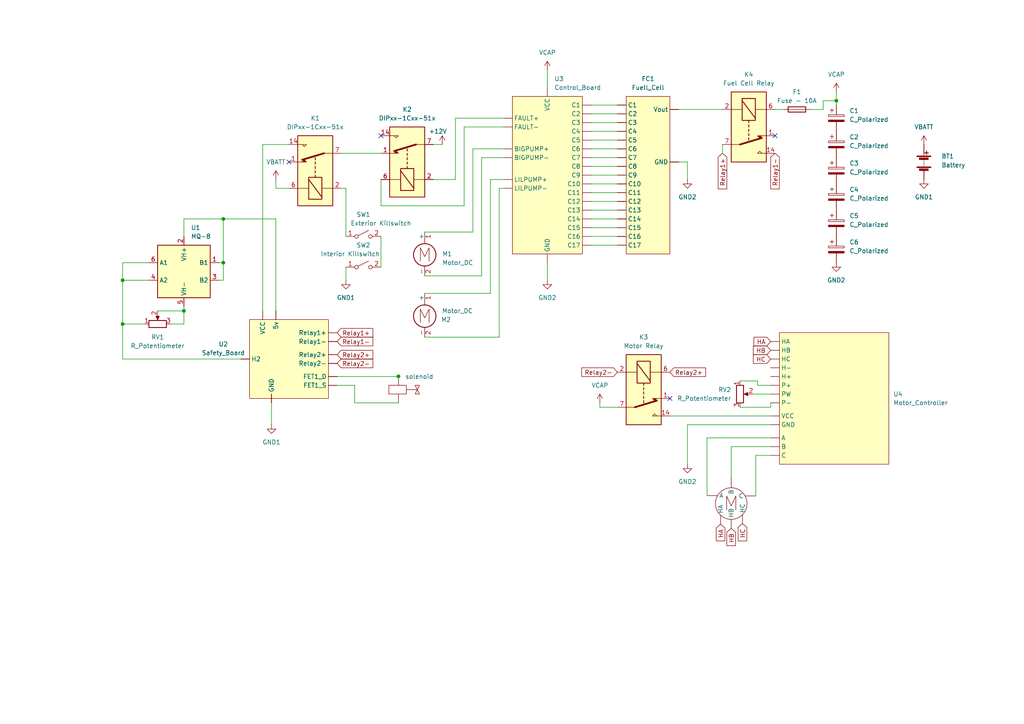
<source format=kicad_sch>
(kicad_sch (version 20211123) (generator eeschema)
  (paper "A4")
  (lib_symbols
    (symbol "Custom_symbols:Control_Board"
      (property "Reference" "U" (at 16.51 -3.81 0))
      (property "Value" "Control_Board" (at 16.51 -1.27 0))
      (symbol "Control_Board_0_1"
        (rectangle (start -10.16 -3.81) (end 10.16 -49.53) (fill (type background)))
      )
      (symbol "Control_Board_1_1"
        (pin output line (at -12.7 -19.05 0) (length 2.54) (name "BIGPUMP+") (number ""))
        (pin output line (at -12.7 -21.59 0) (length 2.54) (name "BIGPUMP-") (number ""))
        (pin input line (at 12.7 -6.35 180) (length 2.54) (name "C1") (number ""))
        (pin input line (at 12.7 -29.21 180) (length 2.54) (name "C10") (number ""))
        (pin input line (at 12.7 -31.75 180) (length 2.54) (name "C11") (number ""))
        (pin input line (at 12.7 -34.29 180) (length 2.54) (name "C12") (number ""))
        (pin input line (at 12.7 -36.83 180) (length 2.54) (name "C13") (number ""))
        (pin input line (at 12.7 -39.37 180) (length 2.54) (name "C14") (number ""))
        (pin input line (at 12.7 -41.91 180) (length 2.54) (name "C15") (number ""))
        (pin input line (at 12.7 -44.45 180) (length 2.54) (name "C16") (number ""))
        (pin input line (at 12.7 -46.99 180) (length 2.54) (name "C17") (number ""))
        (pin input line (at 12.7 -8.89 180) (length 2.54) (name "C2") (number ""))
        (pin input line (at 12.7 -11.43 180) (length 2.54) (name "C3") (number ""))
        (pin input line (at 12.7 -13.97 180) (length 2.54) (name "C4") (number ""))
        (pin input line (at 12.7 -16.51 180) (length 2.54) (name "C5") (number ""))
        (pin input line (at 12.7 -19.05 180) (length 2.54) (name "C6") (number ""))
        (pin input line (at 12.7 -21.59 180) (length 2.54) (name "C7") (number ""))
        (pin input line (at 12.7 -24.13 180) (length 2.54) (name "C8") (number ""))
        (pin input line (at 12.7 -26.67 180) (length 2.54) (name "C9") (number ""))
        (pin output line (at -12.7 -10.16 0) (length 2.54) (name "FAULT+") (number ""))
        (pin output line (at -12.7 -12.7 0) (length 2.54) (name "FAULT-") (number ""))
        (pin power_in line (at 0 -52.07 90) (length 2.54) (name "GND") (number ""))
        (pin output line (at -12.7 -27.94 0) (length 2.54) (name "LILPUMP+") (number ""))
        (pin output line (at -12.7 -30.48 0) (length 2.54) (name "LILPUMP-") (number ""))
        (pin power_in line (at 0 -1.27 270) (length 2.54) (name "VCC") (number ""))
      )
    )
    (symbol "Custom_symbols:Fuell_Cell"
      (property "Reference" "FC" (at 0 0 0))
      (property "Value" "Fuell_Cell" (at 0 2.54 0))
      (symbol "Fuell_Cell_0_1"
        (rectangle (start -6.35 -2.54) (end 6.35 -48.26) (fill (type background)))
      )
      (symbol "Fuell_Cell_1_1"
        (pin output line (at -8.89 -5.08 0) (length 2.54) (name "C1") (number ""))
        (pin output line (at -8.89 -27.94 0) (length 2.54) (name "C10") (number ""))
        (pin output line (at -8.89 -30.48 0) (length 2.54) (name "C11") (number ""))
        (pin output line (at -8.89 -33.02 0) (length 2.54) (name "C12") (number ""))
        (pin output line (at -8.89 -35.56 0) (length 2.54) (name "C13") (number ""))
        (pin output line (at -8.89 -38.1 0) (length 2.54) (name "C14") (number ""))
        (pin output line (at -8.89 -40.64 0) (length 2.54) (name "C15") (number ""))
        (pin output line (at -8.89 -43.18 0) (length 2.54) (name "C16") (number ""))
        (pin output line (at -8.89 -45.72 0) (length 2.54) (name "C17") (number ""))
        (pin output line (at -8.89 -7.62 0) (length 2.54) (name "C2") (number ""))
        (pin output line (at -8.89 -10.16 0) (length 2.54) (name "C3") (number ""))
        (pin output line (at -8.89 -12.7 0) (length 2.54) (name "C4") (number ""))
        (pin output line (at -8.89 -15.24 0) (length 2.54) (name "C5") (number ""))
        (pin output line (at -8.89 -17.78 0) (length 2.54) (name "C6") (number ""))
        (pin output line (at -8.89 -20.32 0) (length 2.54) (name "C7") (number ""))
        (pin output line (at -8.89 -22.86 0) (length 2.54) (name "C8") (number ""))
        (pin output line (at -8.89 -25.4 0) (length 2.54) (name "C9") (number ""))
        (pin output line (at 8.89 -21.59 180) (length 2.54) (name "GND") (number ""))
        (pin output line (at 8.89 -6.35 180) (length 2.54) (name "Vout") (number ""))
      )
    )
    (symbol "Custom_symbols:Motor"
      (symbol "Motor_0_0"
        (text "M" (at 0 -6.35 0) (effects (font (size 4 4))))
      )
      (symbol "Motor_0_1"
        (circle (center 0 -6.35) (radius 4.5791))
      )
      (symbol "Motor_1_1"
        (pin power_in line (at -7.0158 -4.0445 0) (length 3) (name "A") (number ""))
        (pin power_in line (at 0 1.27 270) (length 3) (name "B") (number ""))
        (pin power_in line (at 7.1139 -4.1426 180) (length 3) (name "C") (number ""))
        (pin output line (at -3.0909 -12.3196 90) (length 2.54) (name "HA") (number ""))
        (pin output line (at -0.0163 -13.5298 90) (length 2.54) (name "HB") (number ""))
        (pin output line (at 3.2544 -12.156 90) (length 2.54) (name "HC") (number ""))
      )
    )
    (symbol "Custom_symbols:Motor_Controller"
      (property "Reference" "U" (at 8.89 -1.27 0))
      (property "Value" "Motor_Controller" (at -7.62 -1.27 0))
      (symbol "Motor_Controller_0_0"
        (rectangle (start -15.24 -2.54) (end 16.51 -40.64) (fill (type background)))
      )
      (symbol "Motor_Controller_1_1"
        (pin power_out line (at -17.78 -33.02 0) (length 2.54) (name "A") (number ""))
        (pin power_out line (at -17.78 -35.56 0) (length 2.54) (name "B") (number ""))
        (pin power_out line (at -17.78 -38.1 0) (length 2.54) (name "C") (number ""))
        (pin power_in line (at -17.78 -29.21 0) (length 2.54) (name "GND") (number ""))
        (pin power_out line (at -17.78 -15.24 0) (length 2.54) (name "H+") (number ""))
        (pin power_out line (at -17.78 -12.7 0) (length 2.54) (name "H-") (number ""))
        (pin input line (at -17.78 -5.08 0) (length 2.54) (name "HA") (number ""))
        (pin input line (at -17.78 -7.62 0) (length 2.54) (name "HB") (number ""))
        (pin input line (at -17.78 -10.16 0) (length 2.54) (name "HC") (number ""))
        (pin power_out line (at -17.78 -17.78 0) (length 2.54) (name "P+") (number ""))
        (pin power_out line (at -17.78 -22.86 0) (length 2.54) (name "P-") (number ""))
        (pin input line (at -17.78 -20.32 0) (length 2.54) (name "PW") (number ""))
        (pin power_in line (at -17.78 -26.67 0) (length 2.54) (name "VCC") (number ""))
      )
    )
    (symbol "Custom_symbols:Safety_Board"
      (property "Reference" "U" (at 6.35 -6.35 0))
      (property "Value" "Safety_Board" (at 6.35 -3.81 0))
      (symbol "Safety_Board_0_1"
        (rectangle (start -10.16 -7.62) (end 12.7 -30.48) (fill (type background)))
      )
      (symbol "Safety_Board_1_1"
        (pin output line (at -2.54 -5.08 270) (length 2.54) (name "5v") (number ""))
        (pin output line (at 15.24 -24.13 180) (length 2.54) (name "FET1_D") (number ""))
        (pin output line (at 15.24 -26.67 180) (length 2.54) (name "FET1_S") (number ""))
        (pin input line (at -3.81 -31.75 90) (length 2.54) (name "GND") (number ""))
        (pin input line (at -12.7 -19.05 0) (length 2.54) (name "H2") (number ""))
        (pin output line (at 15.24 -11.43 180) (length 2.54) (name "Relay1+") (number ""))
        (pin output line (at 15.24 -13.97 180) (length 2.54) (name "Relay1-") (number ""))
        (pin output line (at 15.24 -17.78 180) (length 2.54) (name "Relay2+") (number ""))
        (pin output line (at 15.24 -20.32 180) (length 2.54) (name "Relay2-") (number ""))
        (pin input line (at -6.35 -5.08 270) (length 2.54) (name "VCC") (number ""))
      )
    )
    (symbol "Custom_symbols:solenoid"
      (property "Value" "solenoid" (at 0 2.54 0))
      (symbol "solenoid_0_1"
        (polyline (pts (xy 0.0185 -3.5692) (xy 0.0185 -6.747)))
        (polyline (pts (xy 1.2885 -6.1092) (xy 1.2885 -7.3792) (xy -1.2515 -6.1092) (xy -1.2515 -7.3792) (xy 1.2885 -6.1092)))
        (rectangle (start 1.2885 1.5108) (end -1.2515 -3.5692))
      )
      (symbol "solenoid_1_1"
        (pin power_in line (at -3.81 -1.27 0) (length 2.54) (name "") (number ""))
        (pin power_in line (at 3.8905 -1.2752 180) (length 2.54) (name "") (number ""))
      )
    )
    (symbol "Device:Battery" (pin_numbers hide) (pin_names (offset 0) hide)
      (property "Reference" "BT" (at 2.54 2.54 0))
      (property "Value" "Battery" (at 2.54 0 0))
      (symbol "Battery_0_1"
        (rectangle (start -2.032 -1.397) (end 2.032 -1.651) (fill (type outline)))
        (rectangle (start -2.032 1.778) (end 2.032 1.524) (fill (type outline)))
        (rectangle (start -1.3208 -1.9812) (end 1.27 -2.4892) (fill (type outline)))
        (rectangle (start -1.3208 1.1938) (end 1.27 0.6858) (fill (type outline)))
        (polyline (pts (xy 0 -1.524) (xy 0 -1.27)))
        (polyline (pts (xy 0 -1.016) (xy 0 -0.762)))
        (polyline (pts (xy 0 -0.508) (xy 0 -0.254)))
        (polyline (pts (xy 0 0) (xy 0 0.254)))
        (polyline (pts (xy 0 0.508) (xy 0 0.762)))
        (polyline (pts (xy 0 1.778) (xy 0 2.54)))
        (polyline (pts (xy 0.254 2.667) (xy 1.27 2.667)) (stroke (width 0.254)))
        (polyline (pts (xy 0.762 3.175) (xy 0.762 2.159)) (stroke (width 0.254)))
      )
      (symbol "Battery_1_1"
        (pin passive line (at 0 5.08 270) (length 2.54) (name "+") (number "1"))
        (pin passive line (at 0 -5.08 90) (length 2.54) (name "-") (number "2"))
      )
    )
    (symbol "Device:C_Polarized" (pin_numbers hide) (pin_names (offset 0.254))
      (property "Reference" "C" (at 0.635 2.54 0))
      (property "Value" "C_Polarized" (at 0.635 -2.54 0))
      (symbol "C_Polarized_0_1"
        (rectangle (start -2.286 0.508) (end 2.286 1.016))
        (polyline (pts (xy -1.778 2.286) (xy -0.762 2.286)))
        (polyline (pts (xy -1.27 2.794) (xy -1.27 1.778)))
        (rectangle (start 2.286 -0.508) (end -2.286 -1.016) (fill (type outline)))
      )
      (symbol "C_Polarized_1_1"
        (pin passive line (at 0 3.81 270) (length 2.794) (name "~") (number "1"))
        (pin passive line (at 0 -3.81 90) (length 2.794) (name "~") (number "2"))
      )
    )
    (symbol "Device:Fuse" (pin_numbers hide) (pin_names (offset 0))
      (property "Reference" "F" (at 2.032 0 90))
      (property "Value" "Fuse" (at -1.905 0 90))
      (symbol "Fuse_0_1"
        (rectangle (start -0.762 -2.54) (end 0.762 2.54) (stroke (width 0.254)))
        (polyline (pts (xy 0 2.54) (xy 0 -2.54)))
      )
      (symbol "Fuse_1_1"
        (pin passive line (at 0 3.81 270) (length 1.27) (name "~") (number "1"))
        (pin passive line (at 0 -3.81 90) (length 1.27) (name "~") (number "2"))
      )
    )
    (symbol "Device:R_Potentiometer" (pin_names (offset 1.016) hide)
      (property "Reference" "RV" (at -4.445 0 90))
      (property "Value" "R_Potentiometer" (at -2.54 0 90))
      (symbol "R_Potentiometer_0_1"
        (polyline (pts (xy 2.54 0) (xy 1.524 0)))
        (polyline (pts (xy 1.143 0) (xy 2.286 0.508) (xy 2.286 -0.508) (xy 1.143 0)) (fill (type outline)))
        (rectangle (start 1.016 2.54) (end -1.016 -2.54) (stroke (width 0.254)))
      )
      (symbol "R_Potentiometer_1_1"
        (pin passive line (at 0 3.81 270) (length 1.27) (name "1") (number "1"))
        (pin passive line (at 3.81 0 180) (length 1.27) (name "2") (number "2"))
        (pin passive line (at 0 -3.81 90) (length 1.27) (name "3") (number "3"))
      )
    )
    (symbol "Motor:Motor_DC" (pin_names (offset 0))
      (property "Reference" "M" (at 2.54 2.54 0))
      (property "Value" "Motor_DC" (at 2.54 -5.08 0))
      (symbol "Motor_DC_0_0"
        (polyline (pts (xy -1.27 -3.302) (xy -1.27 0.508) (xy 0 -2.032) (xy 1.27 0.508) (xy 1.27 -3.302)))
      )
      (symbol "Motor_DC_0_1"
        (circle (center 0 -1.524) (radius 3.2512) (stroke (width 0.254)))
        (polyline (pts (xy 0 -7.62) (xy 0 -7.112)))
        (polyline (pts (xy 0 -4.7752) (xy 0 -5.1816)))
        (polyline (pts (xy 0 1.7272) (xy 0 2.0828)))
        (polyline (pts (xy 0 2.032) (xy 0 2.54)))
      )
      (symbol "Motor_DC_1_1"
        (pin passive line (at 0 5.08 270) (length 2.54) (name "+") (number "1"))
        (pin passive line (at 0 -7.62 90) (length 2.54) (name "-") (number "2"))
      )
    )
    (symbol "Relay:DIPxx-1Cxx-51x"
      (property "Reference" "K" (at 11.43 3.81 0))
      (property "Value" "DIPxx-1Cxx-51x" (at 11.43 1.27 0))
      (symbol "DIPxx-1Cxx-51x_0_0"
        (polyline (pts (xy 2.54 5.08) (xy 2.54 2.54) (xy 3.175 3.175) (xy 2.54 3.81)) (fill (type outline)))
        (polyline (pts (xy 7.62 5.08) (xy 7.62 2.54) (xy 6.985 3.175) (xy 7.62 3.81)))
      )
      (symbol "DIPxx-1Cxx-51x_0_1"
        (rectangle (start -10.16 5.08) (end 10.16 -5.08) (stroke (width 0.254)) (fill (type background)))
        (rectangle (start -8.255 1.905) (end -1.905 -1.905) (stroke (width 0.254)))
        (polyline (pts (xy -7.62 -1.905) (xy -2.54 1.905)) (stroke (width 0.254)))
        (polyline (pts (xy -5.08 -5.08) (xy -5.08 -1.905)))
        (polyline (pts (xy -5.08 5.08) (xy -5.08 1.905)))
        (polyline (pts (xy -1.905 0) (xy -1.27 0)) (stroke (width 0.254)))
        (polyline (pts (xy -0.635 0) (xy 0 0)) (stroke (width 0.254)))
        (polyline (pts (xy 0.635 0) (xy 1.27 0)) (stroke (width 0.254)))
        (polyline (pts (xy 1.905 0) (xy 2.54 0)) (stroke (width 0.254)))
        (polyline (pts (xy 3.175 0) (xy 3.81 0)) (stroke (width 0.254)))
        (polyline (pts (xy 5.08 -2.54) (xy 3.175 3.81)) (stroke (width 0.508)))
        (polyline (pts (xy 5.08 -2.54) (xy 5.08 -5.08)))
      )
      (symbol "DIPxx-1Cxx-51x_1_1"
        (pin passive line (at 2.54 7.62 270) (length 2.54) (name "~") (number "1"))
        (pin passive line (at 7.62 7.62 270) (length 2.54) (name "~") (number "14"))
        (pin passive line (at -5.08 -7.62 90) (length 2.54) (name "~") (number "2"))
        (pin passive line (at -5.08 7.62 270) (length 2.54) (name "~") (number "6"))
        (pin passive line (at 5.08 -7.62 90) (length 2.54) (name "~") (number "7"))
        (pin passive line (at 5.08 -7.62 90) (length 2.54) hide (name "~") (number "8"))
      )
    )
    (symbol "Sensor_Gas:MQ-6"
      (property "Reference" "U" (at -6.35 8.89 0))
      (property "Value" "MQ-6" (at 3.81 8.89 0))
      (symbol "MQ-6_0_1"
        (rectangle (start -7.62 7.62) (end 7.62 -7.62) (stroke (width 0.254)) (fill (type background)))
      )
      (symbol "MQ-6_1_1"
        (pin passive line (at 10.16 2.54 180) (length 2.54) (name "B1") (number "1"))
        (pin power_in line (at 0 10.16 270) (length 2.54) (name "VH+") (number "2"))
        (pin passive line (at 10.16 -2.54 180) (length 2.54) (name "B2") (number "3"))
        (pin passive line (at -10.16 -2.54 0) (length 2.54) (name "A2") (number "4"))
        (pin power_in line (at 0 -10.16 90) (length 2.54) (name "VH-") (number "5"))
        (pin passive line (at -10.16 2.54 0) (length 2.54) (name "A1") (number "6"))
      )
    )
    (symbol "Switch:SW_SPST" (pin_names (offset 0) hide)
      (property "Reference" "SW" (at 0 3.175 0))
      (property "Value" "SW_SPST" (at 0 -2.54 0))
      (symbol "SW_SPST_0_0"
        (circle (center -2.032 0) (radius 0.508))
        (polyline (pts (xy -1.524 0.254) (xy 1.524 1.778)))
        (circle (center 2.032 0) (radius 0.508))
      )
      (symbol "SW_SPST_1_1"
        (pin passive line (at -5.08 0 0) (length 2.54) (name "A") (number "1"))
        (pin passive line (at 5.08 0 180) (length 2.54) (name "B") (number "2"))
      )
    )
    (symbol "custom_power:VBATT" (power) (pin_names (offset 0))
      (property "Value" "VBATT" (at 0 3.81 0))
      (symbol "VBATT_0_1"
        (polyline (pts (xy -0.762 1.27) (xy 0 2.54)))
        (polyline (pts (xy 0 0) (xy 0 2.54)))
        (polyline (pts (xy 0 2.54) (xy 0.762 1.27)))
      )
      (symbol "VBATT_1_1"
        (pin power_in line (at 0 0 90) (length 0) hide (name "VBATT") (number "1"))
      )
    )
    (symbol "custom_power:VCAP" (power) (pin_names (offset 0))
      (property "Value" "VCAP" (at 0 3.81 0))
      (symbol "VCAP_0_1"
        (polyline (pts (xy -0.762 1.27) (xy 0 2.54)))
        (polyline (pts (xy 0 0) (xy 0 2.54)))
        (polyline (pts (xy 0 2.54) (xy 0.762 1.27)))
      )
      (symbol "VCAP_1_1"
        (pin power_in line (at 0 0 90) (length 0) hide (name "VCAP") (number "1"))
      )
    )
    (symbol "power:+12V" (power) (pin_names (offset 0))
      (property "Value" "+12V" (at 0 3.556 0))
      (symbol "+12V_0_1"
        (polyline (pts (xy -0.762 1.27) (xy 0 2.54)))
        (polyline (pts (xy 0 0) (xy 0 2.54)))
        (polyline (pts (xy 0 2.54) (xy 0.762 1.27)))
      )
      (symbol "+12V_1_1"
        (pin power_in line (at 0 0 90) (length 0) hide (name "+12V") (number "1"))
      )
    )
    (symbol "power:GND1" (power) (pin_names (offset 0))
      (property "Value" "GND1" (at 0 -3.81 0))
      (symbol "GND1_0_1"
        (polyline (pts (xy 0 0) (xy 0 -1.27) (xy 1.27 -1.27) (xy 0 -2.54) (xy -1.27 -1.27) (xy 0 -1.27)))
      )
      (symbol "GND1_1_1"
        (pin power_in line (at 0 0 270) (length 0) hide (name "GND1") (number "1"))
      )
    )
    (symbol "power:GND2" (power) (pin_names (offset 0))
      (property "Value" "GND2" (at 0 -3.81 0))
      (symbol "GND2_0_1"
        (polyline (pts (xy 0 0) (xy 0 -1.27) (xy 1.27 -1.27) (xy 0 -2.54) (xy -1.27 -1.27) (xy 0 -1.27)))
      )
      (symbol "GND2_1_1"
        (pin power_in line (at 0 0 270) (length 0) hide (name "GND2") (number "1"))
      )
    )
  )
  (junction (at 64.77 63.5))
  (junction (at 53.34 90.17))
  (junction (at 242.57 29.21))
  (junction (at 35.56 93.98))
  (junction (at 35.56 81.28))
  (junction (at 115.5752 109.1395))
  (junction (at 64.77 76.2))
  (no_connect (at 83.82 46.99))
  (no_connect (at 224.79 39.37))
  (no_connect (at 110.49 39.37))
  (no_connect (at 194.31 115.57))
  (wire (pts (xy 219.71 111.76) (xy 219.71 110.49)))
  (wire (pts (xy 223.52 111.76) (xy 219.71 111.76)))
  (wire (pts (xy 134.62 59.69) (xy 110.49 59.69)))
  (wire (pts (xy 171.45 71.12) (xy 179.07 71.12)))
  (wire (pts (xy 194.31 120.65) (xy 223.52 120.65)))
  (wire (pts (xy 139.7 80.01) (xy 139.7 45.72)))
  (wire (pts (xy 83.82 41.91) (xy 76.2 41.91)))
  (wire (pts (xy 196.85 31.75) (xy 209.55 31.75)))
  (wire (pts (xy 171.45 33.02) (xy 179.07 33.02)))
  (wire (pts (xy 214.63 118.11) (xy 223.52 118.11)))
  (wire (pts (xy 146.05 52.07) (xy 142.24 52.07)))
  (wire (pts (xy 123.19 80.01) (xy 139.7 80.01)))
  (wire (pts (xy 43.18 76.2) (xy 35.56 76.2)))
  (wire (pts (xy 171.45 48.26) (xy 179.07 48.26)))
  (wire (pts (xy 132.08 34.29) (xy 132.08 52.07)))
  (wire (pts (xy 139.7 45.72) (xy 146.05 45.72)))
  (wire (pts (xy 53.34 90.17) (xy 45.72 90.17)))
  (wire (pts (xy 80.01 90.17) (xy 80.01 63.5)))
  (wire (pts (xy 212.09 129.54) (xy 212.09 138.43)))
  (wire (pts (xy 53.34 88.9) (xy 53.34 90.17)))
  (wire (pts (xy 171.45 60.96) (xy 179.07 60.96)))
  (wire (pts (xy 179.07 118.11) (xy 173.99 118.11)))
  (wire (pts (xy 80.01 63.5) (xy 64.77 63.5)))
  (wire (pts (xy 173.99 118.11) (xy 173.99 116.84)))
  (wire (pts (xy 171.45 35.56) (xy 179.07 35.56)))
  (wire (pts (xy 102.87 116.84) (xy 115.57 116.84)))
  (wire (pts (xy 100.33 68.58) (xy 100.33 54.61)))
  (wire (pts (xy 132.08 52.07) (xy 125.73 52.07)))
  (wire (pts (xy 223.52 129.54) (xy 212.09 129.54)))
  (wire (pts (xy 97.79 111.76) (xy 102.87 111.76)))
  (wire (pts (xy 49.53 93.98) (xy 53.34 93.98)))
  (wire (pts (xy 102.87 111.76) (xy 102.87 116.84)))
  (wire (pts (xy 158.75 20.32) (xy 158.75 25.4)))
  (wire (pts (xy 242.57 29.21) (xy 242.57 30.48)))
  (wire (pts (xy 171.45 53.34) (xy 179.07 53.34)))
  (wire (pts (xy 158.75 76.2) (xy 158.75 81.28)))
  (wire (pts (xy 205.0742 127) (xy 223.52 127)))
  (wire (pts (xy 110.49 68.58) (xy 110.49 77.47)))
  (wire (pts (xy 199.39 123.19) (xy 223.52 123.19)))
  (wire (pts (xy 146.05 36.83) (xy 134.62 36.83)))
  (wire (pts (xy 171.45 68.58) (xy 179.07 68.58)))
  (wire (pts (xy 41.91 93.98) (xy 35.56 93.98)))
  (wire (pts (xy 35.56 93.98) (xy 35.56 104.14)))
  (wire (pts (xy 76.2 41.91) (xy 76.2 90.17)))
  (wire (pts (xy 171.45 45.72) (xy 179.07 45.72)))
  (wire (pts (xy 64.77 63.5) (xy 53.34 63.5)))
  (wire (pts (xy 35.56 104.14) (xy 69.85 104.14)))
  (wire (pts (xy 171.45 43.18) (xy 179.07 43.18)))
  (wire (pts (xy 196.85 46.99) (xy 199.39 46.99)))
  (wire (pts (xy 99.06 44.45) (xy 110.49 44.45)))
  (wire (pts (xy 199.39 123.19) (xy 199.39 134.62)))
  (wire (pts (xy 142.24 52.07) (xy 142.24 85.09)))
  (wire (pts (xy 205.0742 143.7445) (xy 205.0742 127)))
  (wire (pts (xy 63.5 81.28) (xy 64.77 81.28)))
  (wire (pts (xy 223.52 118.11) (xy 223.52 116.84)))
  (wire (pts (xy 171.45 50.8) (xy 179.07 50.8)))
  (wire (pts (xy 35.56 81.28) (xy 35.56 93.98)))
  (wire (pts (xy 199.39 46.99) (xy 199.39 52.07)))
  (wire (pts (xy 171.45 30.48) (xy 179.07 30.48)))
  (wire (pts (xy 219.71 110.49) (xy 214.63 110.49)))
  (wire (pts (xy 146.05 54.61) (xy 144.78 54.61)))
  (wire (pts (xy 209.55 44.45) (xy 209.55 41.91)))
  (wire (pts (xy 63.5 76.2) (xy 64.77 76.2)))
  (wire (pts (xy 171.45 66.04) (xy 179.07 66.04)))
  (wire (pts (xy 219.2039 143.8426) (xy 219.2039 132.08)))
  (wire (pts (xy 125.73 41.91) (xy 128.27 41.91)))
  (wire (pts (xy 97.79 109.22) (xy 115.5752 109.22)))
  (wire (pts (xy 171.45 38.1) (xy 179.07 38.1)))
  (wire (pts (xy 78.74 116.84) (xy 78.74 123.19)))
  (wire (pts (xy 234.95 31.75) (xy 238.76 31.75)))
  (wire (pts (xy 53.34 63.5) (xy 53.34 68.58)))
  (wire (pts (xy 238.76 29.21) (xy 242.57 29.21)))
  (wire (pts (xy 224.79 31.75) (xy 227.33 31.75)))
  (wire (pts (xy 144.78 97.79) (xy 123.19 97.79)))
  (wire (pts (xy 238.76 31.75) (xy 238.76 29.21)))
  (wire (pts (xy 137.16 67.31) (xy 123.19 67.31)))
  (wire (pts (xy 134.62 36.83) (xy 134.62 59.69)))
  (wire (pts (xy 35.56 76.2) (xy 35.56 81.28)))
  (wire (pts (xy 171.45 40.64) (xy 179.07 40.64)))
  (wire (pts (xy 171.45 63.5) (xy 179.07 63.5)))
  (wire (pts (xy 171.45 58.42) (xy 179.07 58.42)))
  (wire (pts (xy 64.77 63.5) (xy 64.77 76.2)))
  (wire (pts (xy 100.33 77.47) (xy 100.33 81.28)))
  (wire (pts (xy 35.56 81.28) (xy 43.18 81.28)))
  (wire (pts (xy 242.57 26.67) (xy 242.57 29.21)))
  (wire (pts (xy 64.77 76.2) (xy 64.77 81.28)))
  (wire (pts (xy 171.45 55.88) (xy 179.07 55.88)))
  (wire (pts (xy 80.01 52.07) (xy 80.01 54.61)))
  (wire (pts (xy 219.2039 132.08) (xy 223.52 132.08)))
  (wire (pts (xy 53.34 93.98) (xy 53.34 90.17)))
  (wire (pts (xy 83.82 54.61) (xy 80.01 54.61)))
  (wire (pts (xy 142.24 85.09) (xy 123.19 85.09)))
  (wire (pts (xy 100.33 54.61) (xy 99.06 54.61)))
  (wire (pts (xy 146.05 43.18) (xy 137.16 43.18)))
  (wire (pts (xy 115.5752 109.22) (xy 115.5752 109.1395)))
  (wire (pts (xy 218.44 114.3) (xy 223.52 114.3)))
  (wire (pts (xy 110.49 59.69) (xy 110.49 52.07)))
  (wire (pts (xy 146.05 34.29) (xy 132.08 34.29)))
  (wire (pts (xy 144.78 54.61) (xy 144.78 97.79)))
  (wire (pts (xy 137.16 43.18) (xy 137.16 67.31)))
  (global_label "Relay1-" (shape input) (at 97.79 99.06 0) (property "Intersheet References" "${INTERSHEET_REFS}" (effects hide)))
  (global_label "Relay1-" (shape input) (at 224.79 44.45 270) (property "Intersheet References" "${INTERSHEET_REFS}" (effects hide)))
  (global_label "Relay2-" (shape input) (at 179.07 107.95 180) (property "Intersheet References" "${INTERSHEET_REFS}" (effects hide)))
  (global_label "HC" (shape input) (at 223.52 104.14 180) (property "Intersheet References" "${INTERSHEET_REFS}" (effects hide)))
  (global_label "Relay2+" (shape input) (at 97.79 102.87 0) (property "Intersheet References" "${INTERSHEET_REFS}" (effects hide)))
  (global_label "HA" (shape input) (at 208.9991 152.0196 270) (property "Intersheet References" "${INTERSHEET_REFS}" (effects hide)))
  (global_label "Relay1+" (shape input) (at 97.79 96.52 0) (property "Intersheet References" "${INTERSHEET_REFS}" (effects hide)))
  (global_label "HC" (shape input) (at 215.3444 151.856 270) (property "Intersheet References" "${INTERSHEET_REFS}" (effects hide)))
  (global_label "HA" (shape input) (at 223.52 99.06 180) (property "Intersheet References" "${INTERSHEET_REFS}" (effects hide)))
  (global_label "Relay2-" (shape input) (at 97.79 105.41 0) (property "Intersheet References" "${INTERSHEET_REFS}" (effects hide)))
  (global_label "Relay1+" (shape input) (at 209.55 44.45 270) (property "Intersheet References" "${INTERSHEET_REFS}" (effects hide)))
  (global_label "Relay2+" (shape input) (at 194.31 107.95 0) (property "Intersheet References" "${INTERSHEET_REFS}" (effects hide)))
  (global_label "HB" (shape input) (at 212.0737 153.2298 270) (property "Intersheet References" "${INTERSHEET_REFS}" (effects hide)))
  (global_label "HB" (shape input) (at 223.52 101.6 180) (property "Intersheet References" "${INTERSHEET_REFS}" (effects hide)))
  (symbol (lib_id "Device:R_Potentiometer") (at 214.63 114.3 0) (unit 1)
    (property "Reference" "RV2" (at 212.09 113.0299 0) (effects (justify right)))
    (property "Value" "R_Potentiometer" (at 212.09 115.5699 0) (effects (justify right)))
  )
  (symbol (lib_id "Device:C_Polarized") (at 242.57 34.29 0) (unit 1)
    (property "Reference" "C1" (at 246.38 32.1309 0) (effects (justify left)))
    (property "Value" "C_Polarized" (at 246.38 34.6709 0) (effects (justify left)))
  )
  (symbol (lib_id "Relay:DIPxx-1Cxx-51x") (at 217.17 36.83 270) (unit 1)
    (property "Reference" "K4" (at 217.17 21.59 90))
    (property "Value" "Fuel Cell Relay" (at 217.17 24.13 90))
    (property "Footprint" "Relay_THT:Relay_StandexMeder_DIP_LowProfile" (effects hide))
    (property "Datasheet" "https://standexelectronics.com/wp-content/uploads/datasheet_reed_relay_DIP.pdf" (effects hide))
  )
  (symbol (lib_id "Device:R_Potentiometer") (at 45.72 93.98 90) (unit 1)
    (property "Reference" "RV1" (at 45.72 97.79 90))
    (property "Value" "R_Potentiometer" (at 45.72 100.33 90))
  )
  (symbol (lib_id "Relay:DIPxx-1Cxx-51x") (at 118.11 46.99 90) (unit 1)
    (property "Reference" "K2" (at 118.11 31.75 90))
    (property "Value" "DIPxx-1Cxx-51x" (at 118.11 34.29 90))
    (property "Footprint" "Relay_THT:Relay_StandexMeder_DIP_LowProfile" (effects hide))
    (property "Datasheet" "https://standexelectronics.com/wp-content/uploads/datasheet_reed_relay_DIP.pdf" (effects hide))
  )
  (symbol (lib_id "power:GND1") (at 267.97 52.07 0) (unit 1)
    (property "Reference" "#PWR0109" (effects hide))
    (property "Value" "GND1" (at 267.97 57.15 0))
  )
  (symbol (lib_id "Device:C_Polarized") (at 242.57 49.53 0) (unit 1)
    (property "Reference" "C3" (at 246.38 47.3709 0) (effects (justify left)))
    (property "Value" "C_Polarized" (at 246.38 49.9109 0) (effects (justify left)))
  )
  (symbol (lib_id "Custom_symbols:Fuell_Cell") (at 187.96 25.4 0) (unit 1)
    (property "Reference" "FC1" (at 187.96 22.86 0))
    (property "Value" "Fuell_Cell" (at 187.96 25.4 0))
  )
  (symbol (lib_id "power:GND2") (at 158.75 81.28 0) (unit 1)
    (property "Reference" "#PWR0106" (effects hide))
    (property "Value" "GND2" (at 158.75 86.36 0))
  )
  (symbol (lib_id "custom_power:VCAP") (at 158.75 20.32 0) (unit 1)
    (property "Reference" "#PWR0105" (effects hide))
    (property "Value" "VCAP" (at 158.75 15.24 0))
  )
  (symbol (lib_id "Custom_symbols:Motor_Controller") (at 241.3 93.98 0) (unit 1)
    (property "Reference" "U4" (at 259.08 114.2999 0) (effects (justify left)))
    (property "Value" "Motor_Controller" (at 259.08 116.8399 0) (effects (justify left)))
  )
  (symbol (lib_id "Sensor_Gas:MQ-6") (at 53.34 78.74 0) (unit 1)
    (property "Reference" "U1" (at 55.3594 66.04 0) (effects (justify left)))
    (property "Value" "MQ-8" (at 55.3594 68.58 0) (effects (justify left)))
    (property "Footprint" "Sensor:MQ-6" (effects hide))
    (property "Datasheet" "https://www.winsen-sensor.com/d/files/semiconductor/mq-6.pdf" (effects hide))
  )
  (symbol (lib_id "Device:C_Polarized") (at 242.57 57.15 0) (unit 1)
    (property "Reference" "C4" (at 246.38 54.9909 0) (effects (justify left)))
    (property "Value" "C_Polarized" (at 246.38 57.5309 0) (effects (justify left)))
  )
  (symbol (lib_id "Switch:SW_SPST") (at 105.41 77.47 0) (unit 1)
    (property "Reference" "SW2" (at 105.41 71.12 0))
    (property "Value" "Interior Killswitch" (at 101.6 73.66 0))
  )
  (symbol (lib_id "Relay:DIPxx-1Cxx-51x") (at 91.44 49.53 90) (unit 1)
    (property "Reference" "K1" (at 91.44 34.29 90))
    (property "Value" "DIPxx-1Cxx-51x" (at 91.44 36.83 90))
    (property "Footprint" "Relay_THT:Relay_StandexMeder_DIP_LowProfile" (effects hide))
    (property "Datasheet" "https://standexelectronics.com/wp-content/uploads/datasheet_reed_relay_DIP.pdf" (effects hide))
  )
  (symbol (lib_id "Device:C_Polarized") (at 242.57 41.91 0) (unit 1)
    (property "Reference" "C2" (at 246.38 39.7509 0) (effects (justify left)))
    (property "Value" "C_Polarized" (at 246.38 42.2909 0) (effects (justify left)))
  )
  (symbol (lib_id "custom_power:VCAP") (at 173.99 116.84 0) (unit 1)
    (property "Reference" "#PWR0107" (effects hide))
    (property "Value" "VCAP" (at 173.99 111.76 0))
  )
  (symbol (lib_id "Device:Battery") (at 267.97 46.99 0) (unit 1)
    (property "Reference" "BT1" (at 273.05 45.3389 0) (effects (justify left)))
    (property "Value" "Battery" (at 273.05 47.8789 0) (effects (justify left)))
  )
  (symbol (lib_id "Custom_symbols:Safety_Board") (at 82.55 85.09 0) (unit 1)
    (property "Reference" "U2" (at 64.77 99.8093 0))
    (property "Value" "Safety_Board" (at 64.77 102.3493 0))
  )
  (symbol (lib_id "power:GND2") (at 199.39 52.07 0) (unit 1)
    (property "Reference" "#PWR0112" (effects hide))
    (property "Value" "GND2" (at 199.39 57.15 0))
  )
  (symbol (lib_id "Custom_symbols:Control_Board") (at 158.75 24.13 0) (unit 1)
    (property "Reference" "U3" (at 160.7694 22.86 0) (effects (justify left)))
    (property "Value" "Control_Board" (at 160.7694 25.4 0) (effects (justify left)))
  )
  (symbol (lib_id "Switch:SW_SPST") (at 105.41 68.58 0) (unit 1)
    (property "Reference" "SW1" (at 105.41 62.23 0))
    (property "Value" "Exterior Killswitch" (at 110.49 64.77 0))
  )
  (symbol (lib_id "power:GND1") (at 100.33 81.28 0) (unit 1)
    (property "Reference" "#PWR0103" (effects hide))
    (property "Value" "GND1" (at 100.33 86.36 0))
  )
  (symbol (lib_id "custom_power:VBATT") (at 267.97 41.91 0) (unit 1)
    (property "Reference" "#PWR0108" (effects hide))
    (property "Value" "VBATT" (at 267.97 36.83 0))
  )
  (symbol (lib_id "Device:C_Polarized") (at 242.57 64.77 0) (unit 1)
    (property "Reference" "C5" (at 246.38 62.6109 0) (effects (justify left)))
    (property "Value" "C_Polarized" (at 246.38 65.1509 0) (effects (justify left)))
  )
  (symbol (lib_id "custom_power:VCAP") (at 242.57 26.67 0) (unit 1)
    (property "Reference" "#PWR0110" (effects hide))
    (property "Value" "VCAP" (at 242.57 21.59 0))
  )
  (symbol (lib_id "power:GND2") (at 199.39 134.62 0) (unit 1)
    (property "Reference" "#PWR0113" (effects hide))
    (property "Value" "GND2" (at 199.39 139.7 0))
  )
  (symbol (lib_id "power:+12V") (at 128.27 41.91 0) (unit 1)
    (property "Reference" "#PWR0104" (effects hide))
    (property "Value" "+12V" (at 127 38.1 0))
  )
  (symbol (lib_id "Device:C_Polarized") (at 242.57 72.39 0) (unit 1)
    (property "Reference" "C6" (at 246.38 70.2309 0) (effects (justify left)))
    (property "Value" "C_Polarized" (at 246.38 72.7709 0) (effects (justify left)))
  )
  (symbol (lib_id "Custom_symbols:Motor") (at 212.09 139.7 0) (unit 1)
    (property "Reference" "M3" (effects hide))
    (property "Value" "Motor" (effects hide))
  )
  (symbol (lib_id "Custom_symbols:solenoid") (at 114.3 113.03 90) (unit 1)
    (property "Reference" "U?" (effects hide))
    (property "Value" "solenoid" (at 125.73 109.22 90) (effects (justify left)))
  )
  (symbol (lib_id "Device:Fuse") (at 231.14 31.75 90) (unit 1)
    (property "Reference" "F1" (at 231.14 26.67 90))
    (property "Value" "Fuse - 10A" (at 231.14 29.21 90))
  )
  (symbol (lib_id "custom_power:VBATT") (at 80.01 52.07 0) (unit 1)
    (property "Reference" "#PWR0102" (effects hide))
    (property "Value" "VBATT" (at 80.01 46.99 0))
  )
  (symbol (lib_id "Relay:DIPxx-1Cxx-51x") (at 186.69 113.03 270) (unit 1)
    (property "Reference" "K3" (at 186.69 97.79 90))
    (property "Value" "Motor Relay" (at 186.69 100.33 90))
    (property "Footprint" "Relay_THT:Relay_StandexMeder_DIP_LowProfile" (effects hide))
    (property "Datasheet" "https://standexelectronics.com/wp-content/uploads/datasheet_reed_relay_DIP.pdf" (effects hide))
  )
  (symbol (lib_id "Motor:Motor_DC") (at 123.19 72.39 0) (unit 1)
    (property "Reference" "M1" (at 128.27 73.6599 0) (effects (justify left)))
    (property "Value" "Motor_DC" (at 128.27 76.1999 0) (effects (justify left)))
  )
  (symbol (lib_id "power:GND2") (at 242.57 76.2 0) (unit 1)
    (property "Reference" "#PWR0111" (effects hide))
    (property "Value" "GND2" (at 242.57 81.28 0))
  )
  (symbol (lib_id "power:GND1") (at 78.74 123.19 0) (unit 1)
    (property "Reference" "#PWR0101" (effects hide))
    (property "Value" "GND1" (at 78.74 128.27 0))
  )
  (symbol (lib_id "Motor:Motor_DC") (at 123.19 90.17 0) (unit 1)
    (property "Reference" "M2" (at 130.81 92.71 0) (effects (justify right)))
    (property "Value" "Motor_DC" (at 137.16 90.17 0) (effects (justify right)))
  )
)
</source>
